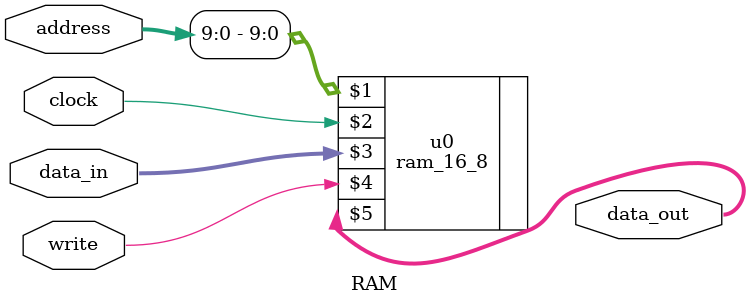
<source format=v>
module RAM (address, write, clock, data_in, data_out);
parameter address_width = 16;
parameter data_width = 8;

input [address_width-1 : 0] address;
input write, clock;
input [data_width-1 : 0] data_in;
output [data_width-1 : 0] data_out;

ram_16_8 u0 (address[9:0], clock, data_in, write, data_out);

endmodule

</source>
